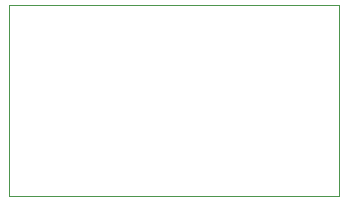
<source format=gm1>
G04 #@! TF.GenerationSoftware,KiCad,Pcbnew,7.0.6*
G04 #@! TF.CreationDate,2023-11-30T23:44:17-05:00*
G04 #@! TF.ProjectId,Interruptor,496e7465-7272-4757-9074-6f722e6b6963,1.0*
G04 #@! TF.SameCoordinates,Original*
G04 #@! TF.FileFunction,Profile,NP*
%FSLAX46Y46*%
G04 Gerber Fmt 4.6, Leading zero omitted, Abs format (unit mm)*
G04 Created by KiCad (PCBNEW 7.0.6) date 2023-11-30 23:44:17*
%MOMM*%
%LPD*%
G01*
G04 APERTURE LIST*
G04 #@! TA.AperFunction,Profile*
%ADD10C,0.100000*%
G04 #@! TD*
G04 APERTURE END LIST*
D10*
X131400000Y-88450000D02*
X159350000Y-88450000D01*
X159350000Y-104550000D01*
X131400000Y-104550000D01*
X131400000Y-88450000D01*
M02*

</source>
